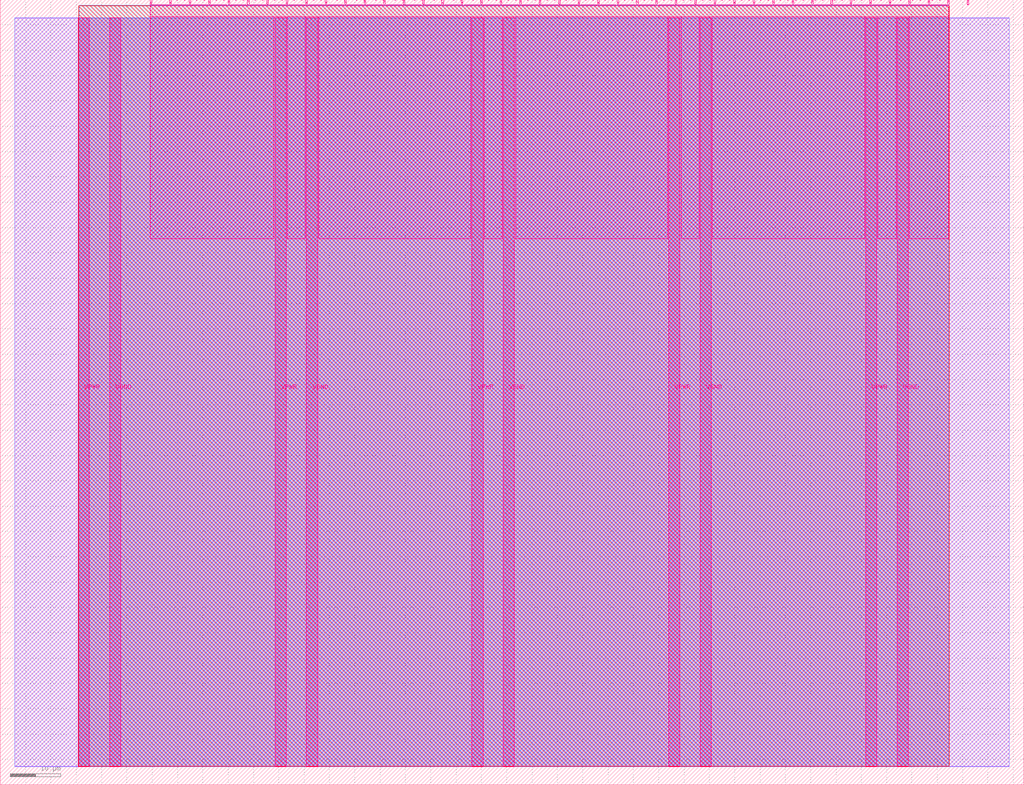
<source format=lef>
VERSION 5.7 ;
  NOWIREEXTENSIONATPIN ON ;
  DIVIDERCHAR "/" ;
  BUSBITCHARS "[]" ;
MACRO tt_um_mikegoelzer_7segmentbyte
  CLASS BLOCK ;
  FOREIGN tt_um_mikegoelzer_7segmentbyte ;
  ORIGIN 0.000 0.000 ;
  SIZE 202.080 BY 154.980 ;
  PIN VGND
    DIRECTION INOUT ;
    USE GROUND ;
    PORT
      LAYER Metal5 ;
        RECT 21.580 3.560 23.780 151.420 ;
    END
    PORT
      LAYER Metal5 ;
        RECT 60.450 3.560 62.650 151.420 ;
    END
    PORT
      LAYER Metal5 ;
        RECT 99.320 3.560 101.520 151.420 ;
    END
    PORT
      LAYER Metal5 ;
        RECT 138.190 3.560 140.390 151.420 ;
    END
    PORT
      LAYER Metal5 ;
        RECT 177.060 3.560 179.260 151.420 ;
    END
  END VGND
  PIN VPWR
    DIRECTION INOUT ;
    USE POWER ;
    PORT
      LAYER Metal5 ;
        RECT 15.380 3.560 17.580 151.420 ;
    END
    PORT
      LAYER Metal5 ;
        RECT 54.250 3.560 56.450 151.420 ;
    END
    PORT
      LAYER Metal5 ;
        RECT 93.120 3.560 95.320 151.420 ;
    END
    PORT
      LAYER Metal5 ;
        RECT 131.990 3.560 134.190 151.420 ;
    END
    PORT
      LAYER Metal5 ;
        RECT 170.860 3.560 173.060 151.420 ;
    END
  END VPWR
  PIN clk
    DIRECTION INPUT ;
    USE SIGNAL ;
    ANTENNAGATEAREA 0.213200 ;
    PORT
      LAYER Metal5 ;
        RECT 187.050 153.980 187.350 154.980 ;
    END
  END clk
  PIN ena
    DIRECTION INPUT ;
    USE SIGNAL ;
    PORT
      LAYER Metal5 ;
        RECT 190.890 153.980 191.190 154.980 ;
    END
  END ena
  PIN rst_n
    DIRECTION INPUT ;
    USE SIGNAL ;
    ANTENNAGATEAREA 0.213200 ;
    PORT
      LAYER Metal5 ;
        RECT 183.210 153.980 183.510 154.980 ;
    END
  END rst_n
  PIN ui_in[0]
    DIRECTION INPUT ;
    USE SIGNAL ;
    ANTENNAGATEAREA 0.180700 ;
    PORT
      LAYER Metal5 ;
        RECT 179.370 153.980 179.670 154.980 ;
    END
  END ui_in[0]
  PIN ui_in[1]
    DIRECTION INPUT ;
    USE SIGNAL ;
    ANTENNAGATEAREA 0.180700 ;
    PORT
      LAYER Metal5 ;
        RECT 175.530 153.980 175.830 154.980 ;
    END
  END ui_in[1]
  PIN ui_in[2]
    DIRECTION INPUT ;
    USE SIGNAL ;
    ANTENNAGATEAREA 0.180700 ;
    PORT
      LAYER Metal5 ;
        RECT 171.690 153.980 171.990 154.980 ;
    END
  END ui_in[2]
  PIN ui_in[3]
    DIRECTION INPUT ;
    USE SIGNAL ;
    ANTENNAGATEAREA 0.180700 ;
    PORT
      LAYER Metal5 ;
        RECT 167.850 153.980 168.150 154.980 ;
    END
  END ui_in[3]
  PIN ui_in[4]
    DIRECTION INPUT ;
    USE SIGNAL ;
    ANTENNAGATEAREA 0.180700 ;
    PORT
      LAYER Metal5 ;
        RECT 164.010 153.980 164.310 154.980 ;
    END
  END ui_in[4]
  PIN ui_in[5]
    DIRECTION INPUT ;
    USE SIGNAL ;
    ANTENNAGATEAREA 0.180700 ;
    PORT
      LAYER Metal5 ;
        RECT 160.170 153.980 160.470 154.980 ;
    END
  END ui_in[5]
  PIN ui_in[6]
    DIRECTION INPUT ;
    USE SIGNAL ;
    ANTENNAGATEAREA 0.180700 ;
    PORT
      LAYER Metal5 ;
        RECT 156.330 153.980 156.630 154.980 ;
    END
  END ui_in[6]
  PIN ui_in[7]
    DIRECTION INPUT ;
    USE SIGNAL ;
    ANTENNAGATEAREA 0.180700 ;
    PORT
      LAYER Metal5 ;
        RECT 152.490 153.980 152.790 154.980 ;
    END
  END ui_in[7]
  PIN uio_in[0]
    DIRECTION INPUT ;
    USE SIGNAL ;
    ANTENNAGATEAREA 0.426400 ;
    PORT
      LAYER Metal5 ;
        RECT 148.650 153.980 148.950 154.980 ;
    END
  END uio_in[0]
  PIN uio_in[1]
    DIRECTION INPUT ;
    USE SIGNAL ;
    PORT
      LAYER Metal5 ;
        RECT 144.810 153.980 145.110 154.980 ;
    END
  END uio_in[1]
  PIN uio_in[2]
    DIRECTION INPUT ;
    USE SIGNAL ;
    PORT
      LAYER Metal5 ;
        RECT 140.970 153.980 141.270 154.980 ;
    END
  END uio_in[2]
  PIN uio_in[3]
    DIRECTION INPUT ;
    USE SIGNAL ;
    PORT
      LAYER Metal5 ;
        RECT 137.130 153.980 137.430 154.980 ;
    END
  END uio_in[3]
  PIN uio_in[4]
    DIRECTION INPUT ;
    USE SIGNAL ;
    PORT
      LAYER Metal5 ;
        RECT 133.290 153.980 133.590 154.980 ;
    END
  END uio_in[4]
  PIN uio_in[5]
    DIRECTION INPUT ;
    USE SIGNAL ;
    PORT
      LAYER Metal5 ;
        RECT 129.450 153.980 129.750 154.980 ;
    END
  END uio_in[5]
  PIN uio_in[6]
    DIRECTION INPUT ;
    USE SIGNAL ;
    PORT
      LAYER Metal5 ;
        RECT 125.610 153.980 125.910 154.980 ;
    END
  END uio_in[6]
  PIN uio_in[7]
    DIRECTION INPUT ;
    USE SIGNAL ;
    PORT
      LAYER Metal5 ;
        RECT 121.770 153.980 122.070 154.980 ;
    END
  END uio_in[7]
  PIN uio_oe[0]
    DIRECTION OUTPUT ;
    USE SIGNAL ;
    ANTENNADIFFAREA 0.299200 ;
    PORT
      LAYER Metal5 ;
        RECT 56.490 153.980 56.790 154.980 ;
    END
  END uio_oe[0]
  PIN uio_oe[1]
    DIRECTION OUTPUT ;
    USE SIGNAL ;
    ANTENNADIFFAREA 0.299200 ;
    PORT
      LAYER Metal5 ;
        RECT 52.650 153.980 52.950 154.980 ;
    END
  END uio_oe[1]
  PIN uio_oe[2]
    DIRECTION OUTPUT ;
    USE SIGNAL ;
    ANTENNADIFFAREA 0.299200 ;
    PORT
      LAYER Metal5 ;
        RECT 48.810 153.980 49.110 154.980 ;
    END
  END uio_oe[2]
  PIN uio_oe[3]
    DIRECTION OUTPUT ;
    USE SIGNAL ;
    ANTENNADIFFAREA 0.299200 ;
    PORT
      LAYER Metal5 ;
        RECT 44.970 153.980 45.270 154.980 ;
    END
  END uio_oe[3]
  PIN uio_oe[4]
    DIRECTION OUTPUT ;
    USE SIGNAL ;
    ANTENNADIFFAREA 0.299200 ;
    PORT
      LAYER Metal5 ;
        RECT 41.130 153.980 41.430 154.980 ;
    END
  END uio_oe[4]
  PIN uio_oe[5]
    DIRECTION OUTPUT ;
    USE SIGNAL ;
    ANTENNADIFFAREA 0.299200 ;
    PORT
      LAYER Metal5 ;
        RECT 37.290 153.980 37.590 154.980 ;
    END
  END uio_oe[5]
  PIN uio_oe[6]
    DIRECTION OUTPUT ;
    USE SIGNAL ;
    ANTENNADIFFAREA 0.299200 ;
    PORT
      LAYER Metal5 ;
        RECT 33.450 153.980 33.750 154.980 ;
    END
  END uio_oe[6]
  PIN uio_oe[7]
    DIRECTION OUTPUT ;
    USE SIGNAL ;
    ANTENNADIFFAREA 0.299200 ;
    PORT
      LAYER Metal5 ;
        RECT 29.610 153.980 29.910 154.980 ;
    END
  END uio_oe[7]
  PIN uio_out[0]
    DIRECTION OUTPUT ;
    USE SIGNAL ;
    ANTENNADIFFAREA 0.299200 ;
    PORT
      LAYER Metal5 ;
        RECT 87.210 153.980 87.510 154.980 ;
    END
  END uio_out[0]
  PIN uio_out[1]
    DIRECTION OUTPUT ;
    USE SIGNAL ;
    ANTENNADIFFAREA 0.299200 ;
    PORT
      LAYER Metal5 ;
        RECT 83.370 153.980 83.670 154.980 ;
    END
  END uio_out[1]
  PIN uio_out[2]
    DIRECTION OUTPUT ;
    USE SIGNAL ;
    ANTENNADIFFAREA 0.299200 ;
    PORT
      LAYER Metal5 ;
        RECT 79.530 153.980 79.830 154.980 ;
    END
  END uio_out[2]
  PIN uio_out[3]
    DIRECTION OUTPUT ;
    USE SIGNAL ;
    ANTENNADIFFAREA 0.299200 ;
    PORT
      LAYER Metal5 ;
        RECT 75.690 153.980 75.990 154.980 ;
    END
  END uio_out[3]
  PIN uio_out[4]
    DIRECTION OUTPUT ;
    USE SIGNAL ;
    ANTENNADIFFAREA 0.299200 ;
    PORT
      LAYER Metal5 ;
        RECT 71.850 153.980 72.150 154.980 ;
    END
  END uio_out[4]
  PIN uio_out[5]
    DIRECTION OUTPUT ;
    USE SIGNAL ;
    ANTENNADIFFAREA 0.299200 ;
    PORT
      LAYER Metal5 ;
        RECT 68.010 153.980 68.310 154.980 ;
    END
  END uio_out[5]
  PIN uio_out[6]
    DIRECTION OUTPUT ;
    USE SIGNAL ;
    ANTENNADIFFAREA 0.299200 ;
    PORT
      LAYER Metal5 ;
        RECT 64.170 153.980 64.470 154.980 ;
    END
  END uio_out[6]
  PIN uio_out[7]
    DIRECTION OUTPUT ;
    USE SIGNAL ;
    ANTENNADIFFAREA 0.299200 ;
    PORT
      LAYER Metal5 ;
        RECT 60.330 153.980 60.630 154.980 ;
    END
  END uio_out[7]
  PIN uo_out[0]
    DIRECTION OUTPUT ;
    USE SIGNAL ;
    ANTENNADIFFAREA 0.654800 ;
    PORT
      LAYER Metal5 ;
        RECT 117.930 153.980 118.230 154.980 ;
    END
  END uo_out[0]
  PIN uo_out[1]
    DIRECTION OUTPUT ;
    USE SIGNAL ;
    ANTENNADIFFAREA 0.654800 ;
    PORT
      LAYER Metal5 ;
        RECT 114.090 153.980 114.390 154.980 ;
    END
  END uo_out[1]
  PIN uo_out[2]
    DIRECTION OUTPUT ;
    USE SIGNAL ;
    ANTENNADIFFAREA 0.654800 ;
    PORT
      LAYER Metal5 ;
        RECT 110.250 153.980 110.550 154.980 ;
    END
  END uo_out[2]
  PIN uo_out[3]
    DIRECTION OUTPUT ;
    USE SIGNAL ;
    ANTENNADIFFAREA 0.654800 ;
    PORT
      LAYER Metal5 ;
        RECT 106.410 153.980 106.710 154.980 ;
    END
  END uo_out[3]
  PIN uo_out[4]
    DIRECTION OUTPUT ;
    USE SIGNAL ;
    ANTENNADIFFAREA 0.654800 ;
    PORT
      LAYER Metal5 ;
        RECT 102.570 153.980 102.870 154.980 ;
    END
  END uo_out[4]
  PIN uo_out[5]
    DIRECTION OUTPUT ;
    USE SIGNAL ;
    ANTENNADIFFAREA 0.654800 ;
    PORT
      LAYER Metal5 ;
        RECT 98.730 153.980 99.030 154.980 ;
    END
  END uo_out[5]
  PIN uo_out[6]
    DIRECTION OUTPUT ;
    USE SIGNAL ;
    ANTENNADIFFAREA 0.654800 ;
    PORT
      LAYER Metal5 ;
        RECT 94.890 153.980 95.190 154.980 ;
    END
  END uo_out[6]
  PIN uo_out[7]
    DIRECTION OUTPUT ;
    USE SIGNAL ;
    ANTENNADIFFAREA 0.654800 ;
    PORT
      LAYER Metal5 ;
        RECT 91.050 153.980 91.350 154.980 ;
    END
  END uo_out[7]
  OBS
      LAYER GatPoly ;
        RECT 2.880 3.630 199.200 151.350 ;
      LAYER Metal1 ;
        RECT 2.880 3.560 199.200 151.420 ;
      LAYER Metal2 ;
        RECT 15.515 3.680 187.345 151.300 ;
      LAYER Metal3 ;
        RECT 15.560 3.635 187.300 153.865 ;
      LAYER Metal4 ;
        RECT 15.515 3.680 187.345 153.820 ;
      LAYER Metal5 ;
        RECT 30.120 153.770 33.240 153.980 ;
        RECT 33.960 153.770 37.080 153.980 ;
        RECT 37.800 153.770 40.920 153.980 ;
        RECT 41.640 153.770 44.760 153.980 ;
        RECT 45.480 153.770 48.600 153.980 ;
        RECT 49.320 153.770 52.440 153.980 ;
        RECT 53.160 153.770 56.280 153.980 ;
        RECT 57.000 153.770 60.120 153.980 ;
        RECT 60.840 153.770 63.960 153.980 ;
        RECT 64.680 153.770 67.800 153.980 ;
        RECT 68.520 153.770 71.640 153.980 ;
        RECT 72.360 153.770 75.480 153.980 ;
        RECT 76.200 153.770 79.320 153.980 ;
        RECT 80.040 153.770 83.160 153.980 ;
        RECT 83.880 153.770 87.000 153.980 ;
        RECT 87.720 153.770 90.840 153.980 ;
        RECT 91.560 153.770 94.680 153.980 ;
        RECT 95.400 153.770 98.520 153.980 ;
        RECT 99.240 153.770 102.360 153.980 ;
        RECT 103.080 153.770 106.200 153.980 ;
        RECT 106.920 153.770 110.040 153.980 ;
        RECT 110.760 153.770 113.880 153.980 ;
        RECT 114.600 153.770 117.720 153.980 ;
        RECT 118.440 153.770 121.560 153.980 ;
        RECT 122.280 153.770 125.400 153.980 ;
        RECT 126.120 153.770 129.240 153.980 ;
        RECT 129.960 153.770 133.080 153.980 ;
        RECT 133.800 153.770 136.920 153.980 ;
        RECT 137.640 153.770 140.760 153.980 ;
        RECT 141.480 153.770 144.600 153.980 ;
        RECT 145.320 153.770 148.440 153.980 ;
        RECT 149.160 153.770 152.280 153.980 ;
        RECT 153.000 153.770 156.120 153.980 ;
        RECT 156.840 153.770 159.960 153.980 ;
        RECT 160.680 153.770 163.800 153.980 ;
        RECT 164.520 153.770 167.640 153.980 ;
        RECT 168.360 153.770 171.480 153.980 ;
        RECT 172.200 153.770 175.320 153.980 ;
        RECT 176.040 153.770 179.160 153.980 ;
        RECT 179.880 153.770 183.000 153.980 ;
        RECT 183.720 153.770 186.840 153.980 ;
        RECT 29.660 151.630 187.300 153.770 ;
        RECT 29.660 107.795 54.040 151.630 ;
        RECT 56.660 107.795 60.240 151.630 ;
        RECT 62.860 107.795 92.910 151.630 ;
        RECT 95.530 107.795 99.110 151.630 ;
        RECT 101.730 107.795 131.780 151.630 ;
        RECT 134.400 107.795 137.980 151.630 ;
        RECT 140.600 107.795 170.650 151.630 ;
        RECT 173.270 107.795 176.850 151.630 ;
        RECT 179.470 107.795 187.300 151.630 ;
  END
END tt_um_mikegoelzer_7segmentbyte
END LIBRARY


</source>
